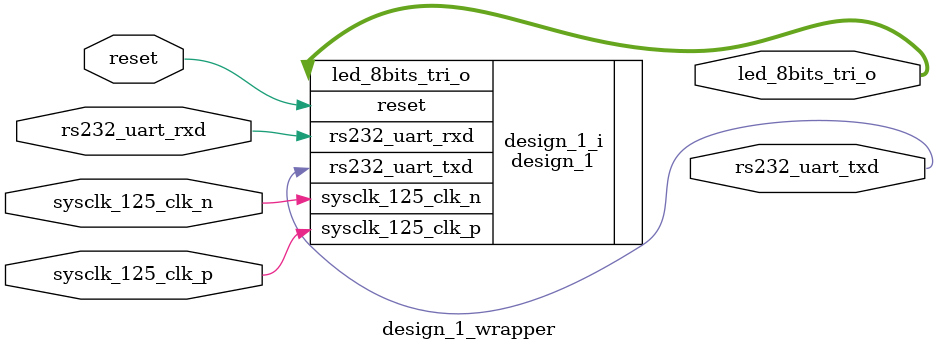
<source format=v>
`timescale 1 ps / 1 ps

module design_1_wrapper
   (led_8bits_tri_o,
    reset,
    rs232_uart_rxd,
    rs232_uart_txd,
    sysclk_125_clk_n,
    sysclk_125_clk_p);
  output [7:0]led_8bits_tri_o;
  input reset;
  input rs232_uart_rxd;
  output rs232_uart_txd;
  input sysclk_125_clk_n;
  input sysclk_125_clk_p;

  wire [7:0]led_8bits_tri_o;
  wire reset;
  wire rs232_uart_rxd;
  wire rs232_uart_txd;
  wire sysclk_125_clk_n;
  wire sysclk_125_clk_p;

  design_1 design_1_i
       (.led_8bits_tri_o(led_8bits_tri_o),
        .reset(reset),
        .rs232_uart_rxd(rs232_uart_rxd),
        .rs232_uart_txd(rs232_uart_txd),
        .sysclk_125_clk_n(sysclk_125_clk_n),
        .sysclk_125_clk_p(sysclk_125_clk_p));
endmodule

</source>
